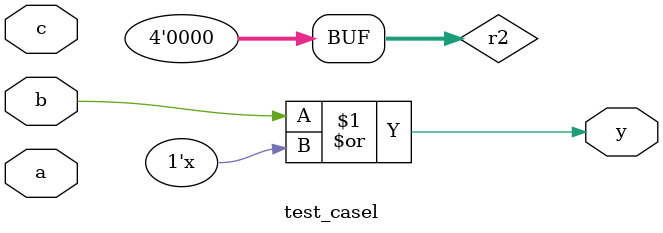
<source format=v>
module test_casel(input a, b, c, output y);

reg [3:0] r1, r2; // Declared registers
reg [4:0] result; // Potential overflow
assign y = b | 1'bx; // X propagation
initial begin
    r2 = 0;
end
always @(a) begin
    r1 = r2 + b; // Potential arithmetic overflow
end

endmodule
</source>
